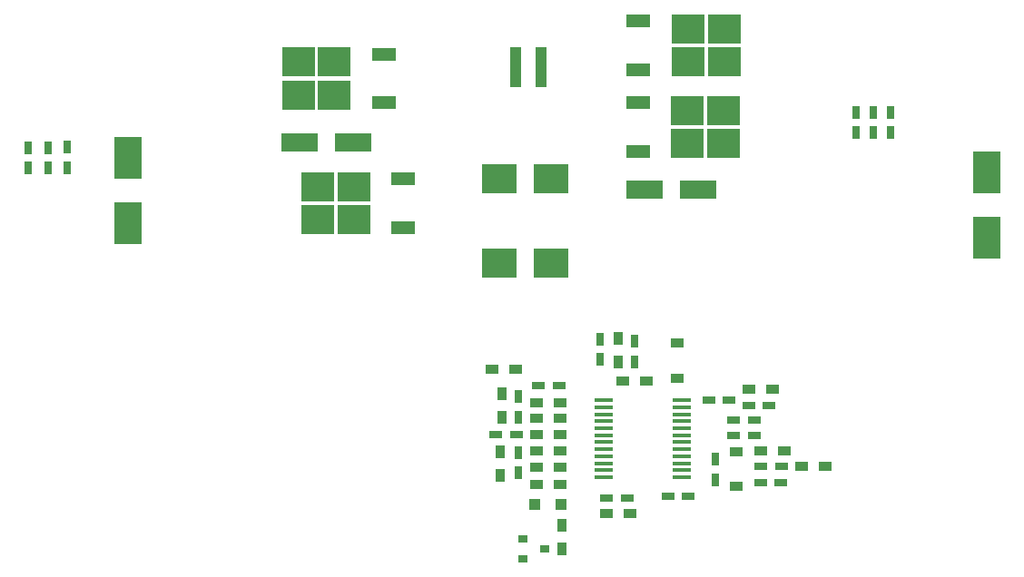
<source format=gbr>
G04 #@! TF.GenerationSoftware,KiCad,Pcbnew,(5.1.0-0)*
G04 #@! TF.CreationDate,2019-05-11T17:44:57+01:00*
G04 #@! TF.ProjectId,LTC3780,4c544333-3738-4302-9e6b-696361645f70,rev?*
G04 #@! TF.SameCoordinates,Original*
G04 #@! TF.FileFunction,Paste,Top*
G04 #@! TF.FilePolarity,Positive*
%FSLAX46Y46*%
G04 Gerber Fmt 4.6, Leading zero omitted, Abs format (unit mm)*
G04 Created by KiCad (PCBNEW (5.1.0-0)) date 2019-05-11 17:44:57*
%MOMM*%
%LPD*%
G04 APERTURE LIST*
%ADD10R,3.500000X1.800000*%
%ADD11R,1.200000X0.900000*%
%ADD12R,2.200000X1.200000*%
%ADD13R,3.050000X2.750000*%
%ADD14R,0.900000X1.200000*%
%ADD15R,0.980000X3.700000*%
%ADD16R,0.900000X0.800000*%
%ADD17R,1.000000X1.000000*%
%ADD18R,1.651000X0.431800*%
%ADD19R,3.200000X2.700000*%
%ADD20R,2.500000X4.000000*%
%ADD21R,1.200000X0.750000*%
%ADD22R,0.750000X1.200000*%
G04 APERTURE END LIST*
D10*
X147288880Y-65107820D03*
X152288880Y-65107820D03*
D11*
X188015880Y-97270840D03*
X188015880Y-93970840D03*
D12*
X155121720Y-61451840D03*
X155121720Y-56891840D03*
D13*
X147146720Y-57646840D03*
X150496720Y-60696840D03*
X147146720Y-60696840D03*
X150496720Y-57646840D03*
D11*
X171523840Y-97068640D03*
X169323840Y-97068640D03*
D14*
X171704000Y-103063220D03*
X171704000Y-100863220D03*
D15*
X169774960Y-58102500D03*
X167404960Y-58102500D03*
D10*
X184452260Y-69517260D03*
X179452260Y-69517260D03*
D11*
X182468520Y-87154020D03*
X182468520Y-83854020D03*
D16*
X168085260Y-102113040D03*
X168085260Y-104013040D03*
X170085260Y-103063040D03*
D17*
X171663680Y-98938080D03*
X169163680Y-98938080D03*
D18*
X182905400Y-89204800D03*
X182905400Y-89865200D03*
X182905400Y-90500200D03*
X182905400Y-91160600D03*
X182905400Y-91821000D03*
X182905400Y-92456000D03*
X182905400Y-93116400D03*
X182905400Y-93751400D03*
X182905400Y-94411800D03*
X182905400Y-95072200D03*
X182905400Y-95707200D03*
X182905400Y-96367600D03*
X175641000Y-96367600D03*
X175641000Y-95707200D03*
X175641000Y-95072200D03*
X175641000Y-94411800D03*
X175641000Y-93751400D03*
X175641000Y-93116400D03*
X175641000Y-92456000D03*
X175641000Y-91821000D03*
X175641000Y-91160600D03*
X175641000Y-90500200D03*
X175641000Y-89865200D03*
X175641000Y-89204800D03*
D11*
X178107520Y-99809300D03*
X175907520Y-99809300D03*
X190299160Y-93886020D03*
X192499160Y-93886020D03*
D19*
X170746420Y-68506340D03*
X170746420Y-76406340D03*
X165910260Y-68495880D03*
X165910260Y-76395880D03*
D11*
X194043120Y-95351600D03*
X196243120Y-95351600D03*
X169372100Y-93929200D03*
X171572100Y-93929200D03*
X169372100Y-92443300D03*
X171572100Y-92443300D03*
X169354320Y-95440500D03*
X171554320Y-95440500D03*
D14*
X176933860Y-85603260D03*
X176933860Y-83403260D03*
X166151560Y-90777240D03*
X166151560Y-88577240D03*
D11*
X167426820Y-86288880D03*
X165226820Y-86288880D03*
D14*
X166004240Y-94030620D03*
X166004240Y-96230620D03*
D11*
X191338380Y-88198960D03*
X189138380Y-88198960D03*
X171549240Y-90916760D03*
X169349240Y-90916760D03*
X171544160Y-89405460D03*
X169344160Y-89405460D03*
X179598500Y-87388700D03*
X177398500Y-87388700D03*
D20*
X131292600Y-66596800D03*
X131292600Y-72696800D03*
X211328000Y-67958240D03*
X211328000Y-74058240D03*
D21*
X175907660Y-98343720D03*
X177807660Y-98343720D03*
D22*
X185994040Y-96624180D03*
X185994040Y-94724180D03*
D21*
X190261200Y-96901000D03*
X192161200Y-96901000D03*
X190286600Y-95326200D03*
X192186600Y-95326200D03*
X181594720Y-98191320D03*
X183494720Y-98191320D03*
X187744060Y-92450920D03*
X189644060Y-92450920D03*
X167485100Y-92412820D03*
X165585100Y-92412820D03*
D22*
X167675560Y-94076480D03*
X167675560Y-95976480D03*
D21*
X189656760Y-91066620D03*
X187756760Y-91066620D03*
X189146140Y-89662000D03*
X191046140Y-89662000D03*
D22*
X178465480Y-85587880D03*
X178465480Y-83687880D03*
X175303180Y-83510080D03*
X175303180Y-85410080D03*
X167667940Y-88879640D03*
X167667940Y-90779640D03*
D21*
X171460200Y-87863680D03*
X169560200Y-87863680D03*
D22*
X123771660Y-65633560D03*
X123771660Y-67533560D03*
X125547120Y-65590380D03*
X125547120Y-67490380D03*
X121968260Y-65625940D03*
X121968260Y-67525940D03*
D21*
X185409800Y-89156540D03*
X187309800Y-89156540D03*
D22*
X199158860Y-64236640D03*
X199158860Y-62336640D03*
X202382120Y-64234100D03*
X202382120Y-62334100D03*
X200756520Y-64234100D03*
X200756520Y-62334100D03*
D13*
X183498040Y-57570100D03*
X186848040Y-54520100D03*
X183498040Y-54520100D03*
X186848040Y-57570100D03*
D12*
X178873040Y-58325100D03*
X178873040Y-53765100D03*
D13*
X152305200Y-69267340D03*
X148955200Y-72317340D03*
X152305200Y-72317340D03*
X148955200Y-69267340D03*
D12*
X156930200Y-68512340D03*
X156930200Y-73072340D03*
X178797420Y-61400340D03*
X178797420Y-65960340D03*
D13*
X186772420Y-65205340D03*
X183422420Y-62155340D03*
X186772420Y-62155340D03*
X183422420Y-65205340D03*
M02*

</source>
